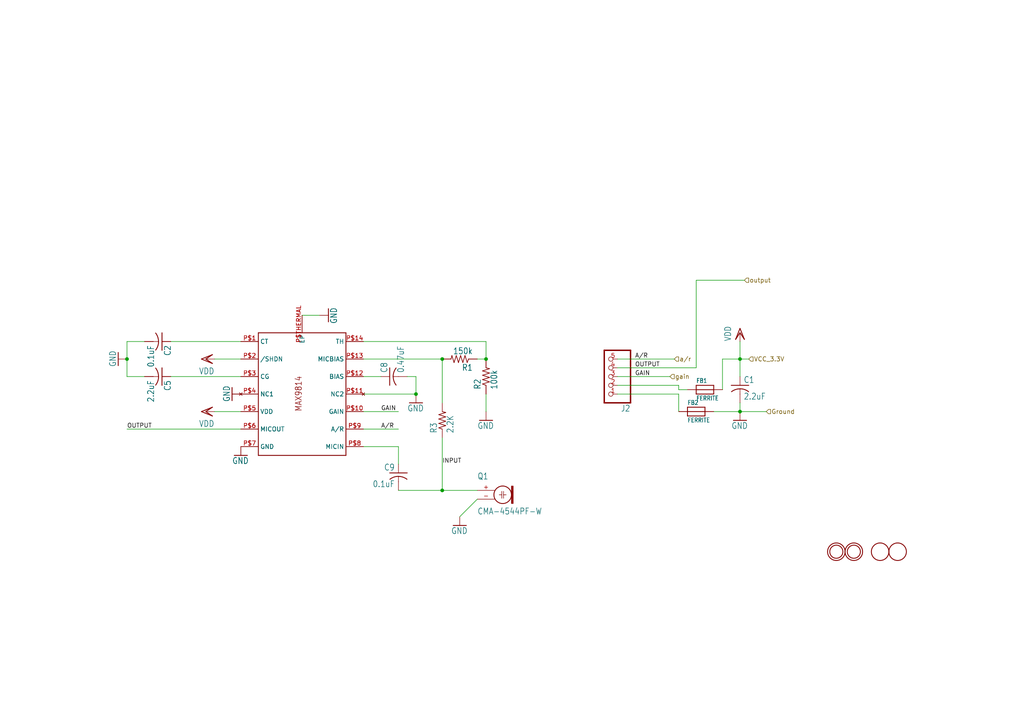
<source format=kicad_sch>
(kicad_sch (version 20231120) (generator "eeschema") (generator_version "8.0")
  (paper "A4")
  (lib_symbols
    (symbol "Adafruit MAX9814-eagle-import:C-USC0805K"
      (property "Reference" "C" (at 1.016 0.635 0))
      (symbol "C-USC0805K_1_0"
        (arc (start 0 -1.0161) (mid -1.302 -1.2303) (end -2.4668 -1.8504) (stroke (width 0.254)))
        (polyline (pts (xy -2.54 0) (xy 2.54 0)) (stroke (width 0.254)))
        (polyline (pts (xy 0 -1.016) (xy 0 -2.54)) (stroke (width 0.1524)))
        (arc (start 2.4892 -1.8541) (mid 1.3158 -1.2194) (end 0 -1) (stroke (width 0.254)))
        (pin passive line (at 0 2.54 270) (length 2.54) (name "1") (number "1"))
        (pin passive line (at 0 -5.08 90) (length 2.54) (name "2") (number "2"))
      )
    )
    (symbol "Adafruit MAX9814-eagle-import:ELECTRET"
      (property "Reference" "Q" (at -5.08 -7.62 0))
      (symbol "ELECTRET_1_0"
        (polyline (pts (xy 1.27 -1.27) (xy 2.032 -1.27)) (stroke (width 0.1524)))
        (polyline (pts (xy 2.032 -1.27) (xy 2.032 -2.286)) (stroke (width 0.1524)))
        (polyline (pts (xy 2.032 -0.254) (xy 2.032 -1.27)) (stroke (width 0.1524)))
        (polyline (pts (xy 2.54 -1.27) (xy 2.54 -2.286)) (stroke (width 0.1524)))
        (polyline (pts (xy 2.54 -1.27) (xy 3.302 -1.27)) (stroke (width 0.1524)))
        (polyline (pts (xy 2.54 -0.254) (xy 2.54 -1.27)) (stroke (width 0.1524)))
        (circle (center 2.286 -1.27) (radius 2.54) (stroke (width 0.254)))
        (rectangle (start 4.826 -3.81) (end 5.334 1.27) (fill (type outline)))
        (pin passive line (at -5.08 -2.54 0) (length 5.08) (name "2") (number "+"))
        (pin passive line (at -5.08 0 0) (length 5.08) (name "1") (number "-"))
      )
    )
    (symbol "Adafruit MAX9814-eagle-import:FERRITE0805"
      (property "Reference" "FB" (at -2.54 1.905 0))
      (symbol "FERRITE0805_1_0"
        (polyline (pts (xy -2.54 -1.27) (xy -2.54 0)) (stroke (width 0.254)))
        (polyline (pts (xy -2.54 0) (xy -2.54 1.27)) (stroke (width 0.254)))
        (polyline (pts (xy -2.54 0) (xy 2.54 0)) (stroke (width 0.254)))
        (polyline (pts (xy -2.54 1.27) (xy 2.54 1.27)) (stroke (width 0.254)))
        (polyline (pts (xy 2.54 -1.27) (xy -2.54 -1.27)) (stroke (width 0.254)))
        (polyline (pts (xy 2.54 0) (xy 2.54 -1.27)) (stroke (width 0.254)))
        (polyline (pts (xy 2.54 1.27) (xy 2.54 0)) (stroke (width 0.254)))
        (pin bidirectional line (at -5.08 0 0) (length 2.54) (name "P$1") (number "1"))
        (pin bidirectional line (at 5.08 0 180) (length 2.54) (name "P$2") (number "2"))
      )
    )
    (symbol "Adafruit MAX9814-eagle-import:FIDUCIAL"
      (symbol "FIDUCIAL_1_0"
        (circle (center 0 0) (radius 2.54) (stroke (width 0.254)))
      )
    )
    (symbol "Adafruit MAX9814-eagle-import:GND" (power)
      (symbol "GND_1_0"
        (polyline (pts (xy -1.905 0) (xy 1.905 0)) (stroke (width 0.254)))
        (pin power_in line (at 0 2.54 270) (length 2.54) (name "GND") (number "1"))
      )
    )
    (symbol "Adafruit MAX9814-eagle-import:HEADER-1X576MIL"
      (property "Reference" "JP" (at -6.35 8.255 0))
      (symbol "HEADER-1X576MIL_1_0"
        (polyline (pts (xy -6.35 -7.62) (xy 1.27 -7.62)) (stroke (width 0.4064)))
        (polyline (pts (xy -6.35 7.62) (xy -6.35 -7.62)) (stroke (width 0.4064)))
        (polyline (pts (xy 1.27 -7.62) (xy 1.27 7.62)) (stroke (width 0.4064)))
        (polyline (pts (xy 1.27 7.62) (xy -6.35 7.62)) (stroke (width 0.4064)))
        (pin passive inverted (at -2.54 5.08 0) (length 2.54) (name "1") (number "1"))
        (pin passive inverted (at -2.54 2.54 0) (length 2.54) (name "2") (number "2"))
        (pin passive inverted (at -2.54 0 0) (length 2.54) (name "3") (number "3"))
        (pin passive inverted (at -2.54 -2.54 0) (length 2.54) (name "4") (number "4"))
        (pin passive inverted (at -2.54 -5.08 0) (length 2.54) (name "5") (number "5"))
      )
    )
    (symbol "Adafruit MAX9814-eagle-import:MAX9814TDFN14"
      (symbol "MAX9814TDFN14_1_0"
        (polyline (pts (xy -12.7 -17.78) (xy -12.7 17.78)) (stroke (width 0.254)))
        (polyline (pts (xy -12.7 17.78) (xy 12.7 17.78)) (stroke (width 0.254)))
        (polyline (pts (xy 12.7 -17.78) (xy -12.7 -17.78)) (stroke (width 0.254)))
        (polyline (pts (xy 12.7 17.78) (xy 12.7 -17.78)) (stroke (width 0.254)))
        (text "MAX9814" (at 0 -5.08 900) (effects (font (size 1.778 1.5113)) (justify left bottom)))
        (pin bidirectional line (at -17.78 15.24 0) (length 5.08) (name "CT") (number "P$1"))
        (pin bidirectional line (at 17.78 -5.08 180) (length 5.08) (name "GAIN") (number "P$10"))
        (pin no_connect line (at 17.78 0 180) (length 5.08) (name "NC2") (number "P$11"))
        (pin bidirectional line (at 17.78 5.08 180) (length 5.08) (name "BIAS") (number "P$12"))
        (pin bidirectional line (at 17.78 10.16 180) (length 5.08) (name "MICBIAS") (number "P$13"))
        (pin bidirectional line (at 17.78 15.24 180) (length 5.08) (name "TH") (number "P$14"))
        (pin bidirectional line (at -17.78 10.16 0) (length 5.08) (name "/SHDN") (number "P$2"))
        (pin bidirectional line (at -17.78 5.08 0) (length 5.08) (name "CG") (number "P$3"))
        (pin no_connect line (at -17.78 0 0) (length 5.08) (name "NC1") (number "P$4"))
        (pin bidirectional line (at -17.78 -5.08 0) (length 5.08) (name "VDD") (number "P$5"))
        (pin bidirectional line (at -17.78 -10.16 0) (length 5.08) (name "MICOUT") (number "P$6"))
        (pin bidirectional line (at -17.78 -15.24 0) (length 5.08) (name "GND") (number "P$7"))
        (pin bidirectional line (at 17.78 -15.24 180) (length 5.08) (name "MICIN") (number "P$8"))
        (pin bidirectional line (at 17.78 -10.16 180) (length 5.08) (name "A/R") (number "P$9"))
        (pin bidirectional line (at 0 22.86 270) (length 5.08) (name "EP") (number "P$THERMAL"))
      )
    )
    (symbol "Adafruit MAX9814-eagle-import:MOUNTINGHOLE2.0"
      (symbol "MOUNTINGHOLE2.0_1_0"
        (circle (center 0 0) (radius 1.905) (stroke (width 0.254)))
        (circle (center 0 0) (radius 2.54) (stroke (width 0.254)))
      )
    )
    (symbol "Adafruit MAX9814-eagle-import:R-US_R0805"
      (property "Reference" "R" (at -3.81 1.4986 0))
      (symbol "R-US_R0805_1_0"
        (polyline (pts (xy -2.54 0) (xy -2.159 1.016)) (stroke (width 0.2032)))
        (polyline (pts (xy -2.159 1.016) (xy -1.524 -1.016)) (stroke (width 0.2032)))
        (polyline (pts (xy -1.524 -1.016) (xy -0.889 1.016)) (stroke (width 0.2032)))
        (polyline (pts (xy -0.889 1.016) (xy -0.254 -1.016)) (stroke (width 0.2032)))
        (polyline (pts (xy -0.254 -1.016) (xy 0.381 1.016)) (stroke (width 0.2032)))
        (polyline (pts (xy 0.381 1.016) (xy 1.016 -1.016)) (stroke (width 0.2032)))
        (polyline (pts (xy 1.016 -1.016) (xy 1.651 1.016)) (stroke (width 0.2032)))
        (polyline (pts (xy 1.651 1.016) (xy 2.286 -1.016)) (stroke (width 0.2032)))
        (polyline (pts (xy 2.286 -1.016) (xy 2.54 0)) (stroke (width 0.2032)))
        (pin passive line (at -5.08 0 0) (length 2.54) (name "1") (number "1"))
        (pin passive line (at 5.08 0 180) (length 2.54) (name "2") (number "2"))
      )
    )
    (symbol "Adafruit MAX9814-eagle-import:VDD" (power)
      (symbol "VDD_1_0"
        (polyline (pts (xy 0 0) (xy -1.27 -1.905)) (stroke (width 0.254)))
        (polyline (pts (xy 0 1.27) (xy -1.27 -1.905)) (stroke (width 0.254)))
        (polyline (pts (xy 1.27 -1.905) (xy 0 0)) (stroke (width 0.254)))
        (polyline (pts (xy 1.27 -1.905) (xy 0 1.27)) (stroke (width 0.254)))
        (pin power_in line (at 0 -2.54 90) (length 2.54) (name "VDD") (number "1"))
      )
    )
  )
  (junction (at 120.65 114.3))
  (junction (at 214.63 104.14))
  (junction (at 128.27 142.24))
  (junction (at 140.97 104.14))
  (junction (at 36.83 104.14))
  (junction (at 214.63 119.38))
  (junction (at 128.27 104.14))
  (wire (pts (xy 140.97 119.38) (xy 140.97 114.3)) (stroke (width 0.1524)))
  (wire (pts (xy 49.53 109.22) (xy 69.85 109.22)) (stroke (width 0.1524)))
  (wire (pts (xy 199.39 113.03) (xy 196.85 113.03)) (stroke (width 0.1524)))
  (wire (pts (xy 133.35 149.86) (xy 138.43 144.78)) (stroke (width 0.1524)))
  (wire (pts (xy 36.83 109.22) (xy 41.91 109.22)) (stroke (width 0.1524)))
  (wire (pts (xy 201.93 106.68) (xy 201.93 81.28)) (stroke (width 0.1524)))
  (wire (pts (xy 196.85 119.38) (xy 196.85 114.3)) (stroke (width 0.1524)))
  (wire (pts (xy 214.63 104.14) (xy 214.63 99.06)) (stroke (width 0.1524)))
  (wire (pts (xy 214.63 109.22) (xy 214.63 104.14)) (stroke (width 0.1524)))
  (wire (pts (xy 128.27 142.24) (xy 138.43 142.24)) (stroke (width 0.1524)))
  (wire (pts (xy 196.85 113.03) (xy 196.85 111.76)) (stroke (width 0.1524)))
  (wire (pts (xy 105.41 124.46) (xy 115.57 124.46)) (stroke (width 0.1524)))
  (wire (pts (xy 62.23 104.14) (xy 69.85 104.14)) (stroke (width 0.1524)))
  (wire (pts (xy 201.93 81.28) (xy 215.9 81.28)) (stroke (width 0.1524)))
  (wire (pts (xy 62.23 119.38) (xy 69.85 119.38)) (stroke (width 0.1524)))
  (wire (pts (xy 115.57 134.62) (xy 115.57 129.54)) (stroke (width 0.1524)))
  (wire (pts (xy 115.57 142.24) (xy 128.27 142.24)) (stroke (width 0.1524)))
  (wire (pts (xy 110.49 109.22) (xy 105.41 109.22)) (stroke (width 0.1524)))
  (wire (pts (xy 120.65 109.22) (xy 118.11 109.22)) (stroke (width 0.1524)))
  (wire (pts (xy 128.27 127) (xy 128.27 142.24)) (stroke (width 0.1524)))
  (wire (pts (xy 214.63 104.14) (xy 217.17 104.14)))
  (wire (pts (xy 128.27 104.14) (xy 128.27 116.84)) (stroke (width 0.1524)))
  (wire (pts (xy 41.91 99.06) (xy 36.83 99.06)) (stroke (width 0.1524)))
  (wire (pts (xy 105.41 119.38) (xy 115.57 119.38)) (stroke (width 0.1524)))
  (wire (pts (xy 214.63 104.14) (xy 209.55 104.14)) (stroke (width 0.1524)))
  (wire (pts (xy 214.63 116.84) (xy 214.63 119.38)) (stroke (width 0.1524)))
  (wire (pts (xy 209.55 104.14) (xy 209.55 113.03)) (stroke (width 0.1524)))
  (wire (pts (xy 120.65 114.3) (xy 105.41 114.3)) (stroke (width 0.1524)))
  (wire (pts (xy 49.53 99.06) (xy 69.85 99.06)) (stroke (width 0.1524)))
  (wire (pts (xy 140.97 104.14) (xy 138.43 104.14)) (stroke (width 0.1524)))
  (wire (pts (xy 120.65 114.3) (xy 120.65 109.22)) (stroke (width 0.1524)))
  (wire (pts (xy 92.71 91.44) (xy 87.63 91.44)) (stroke (width 0.1524)))
  (wire (pts (xy 179.07 109.22) (xy 194.31 109.22)) (stroke (width 0.1524)))
  (wire (pts (xy 36.83 104.14) (xy 36.83 109.22)) (stroke (width 0.1524)))
  (wire (pts (xy 179.07 106.68) (xy 201.93 106.68)) (stroke (width 0.1524)))
  (wire (pts (xy 140.97 99.06) (xy 140.97 104.14)) (stroke (width 0.1524)))
  (wire (pts (xy 36.83 99.06) (xy 36.83 104.14)) (stroke (width 0.1524)))
  (wire (pts (xy 196.85 111.76) (xy 179.07 111.76)) (stroke (width 0.1524)))
  (wire (pts (xy 214.63 119.38) (xy 207.01 119.38)) (stroke (width 0.1524)))
  (wire (pts (xy 105.41 104.14) (xy 128.27 104.14)) (stroke (width 0.1524)))
  (wire (pts (xy 214.63 119.38) (xy 222.25 119.38)))
  (wire (pts (xy 179.07 104.14) (xy 195.58 104.14)) (stroke (width 0.1524)))
  (wire (pts (xy 69.85 124.46) (xy 36.83 124.46)) (stroke (width 0.1524)))
  (wire (pts (xy 115.57 129.54) (xy 105.41 129.54)) (stroke (width 0.1524)))
  (wire (pts (xy 196.85 114.3) (xy 179.07 114.3)) (stroke (width 0.1524)))
  (wire (pts (xy 105.41 99.06) (xy 140.97 99.06)) (stroke (width 0.1524)))
  (label "OUTPUT" (at 36.83 124.46 0) (effects (font (size 1.2446 1.2446))))
  (label "OUTPUT" (at 184.15 106.68 0) (effects (font (size 1.2446 1.2446))))
  (label "GAIN" (at 110.49 119.38 0) (effects (font (size 1.2446 1.2446))))
  (label "A/R" (at 184.15 104.14 0) (effects (font (size 1.2446 1.2446))))
  (label "A/R" (at 110.49 124.46 0) (effects (font (size 1.2446 1.2446))))
  (label "GAIN" (at 184.15 109.22 0) (effects (font (size 1.2446 1.2446))))
  (label "INPUT" (at 128.27 134.62 0) (effects (font (size 1.2446 1.2446))))
  (hierarchical_label "gain" (shape input) (at 194.31 109.22 0))
  (hierarchical_label "Ground" (shape input) (at 222.25 119.38 0))
  (hierarchical_label "a{slash}r" (shape input) (at 195.58 104.14 0))
  (hierarchical_label "VCC_3.3V" (shape input) (at 217.17 104.14 0))
  (hierarchical_label "output" (shape input) (at 215.9 81.28 0))
  (symbol (lib_id "Adafruit MAX9814-eagle-import:R-US_R0805") (at 133.35 104.14 180) (unit 1) (on_board no)
    (property "Reference" "R1" (at 137.16 105.6386 0) (effects (font (size 1.778 1.5113)) (justify left bottom)))
    (property "Value" "150k" (at 137.16 100.838 0) (effects (font (size 1.778 1.5113)) (justify left bottom)))
    (property "Footprint" "Adafruit MAX9814:R0805" (effects (hide yes)))
  )
  (symbol (lib_id "Adafruit MAX9814-eagle-import:FERRITE0805") (at 204.47 113.03 0) (unit 1) (on_board no)
    (property "Reference" "FB1" (at 201.93 111.125 0) (effects (font (size 1.27 1.0795)) (justify left bottom)))
    (property "Value" "FERRITE" (at 201.93 116.205 0) (effects (font (size 1.27 1.0795)) (justify left bottom)))
    (property "Footprint" "Adafruit MAX9814:0805" (effects (hide yes)))
  )
  (symbol (lib_id "Adafruit MAX9814-eagle-import:GND") (at 120.65 116.84 0) (unit 1) (on_board no)
    (property "Reference" "#GND12" (effects (hide yes)))
    (property "Value" "GND" (at 118.11 119.38 0) (effects (font (size 1.778 1.5113)) (justify left bottom)))
  )
  (symbol (lib_id "Adafruit MAX9814-eagle-import:R-US_R0805") (at 128.27 121.92 90) (unit 1) (on_board no)
    (property "Reference" "R3" (at 126.7714 125.73 0) (effects (font (size 1.778 1.5113)) (justify left bottom)))
    (property "Value" "2.2K" (at 131.572 125.73 0) (effects (font (size 1.778 1.5113)) (justify left bottom)))
    (property "Footprint" "Adafruit MAX9814:R0805" (effects (hide yes)))
  )
  (symbol (lib_id "Adafruit MAX9814-eagle-import:GND") (at 140.97 121.92 0) (unit 1) (on_board no)
    (property "Reference" "#GND9" (effects (hide yes)))
    (property "Value" "GND" (at 138.43 124.46 0) (effects (font (size 1.778 1.5113)) (justify left bottom)))
  )
  (symbol (lib_id "Adafruit MAX9814-eagle-import:C-USC0805K") (at 214.63 111.76 0) (unit 1) (on_board no)
    (property "Reference" "C1" (at 215.646 111.125 0) (effects (font (size 1.778 1.5113)) (justify left bottom)))
    (property "Value" "2.2uF" (at 215.646 115.951 0) (effects (font (size 1.778 1.5113)) (justify left bottom)))
    (property "Footprint" "Adafruit MAX9814:C0805K" (effects (hide yes)))
  )
  (symbol (lib_id "Adafruit MAX9814-eagle-import:GND") (at 133.35 152.4 0) (unit 1)
    (property "Reference" "#GND5" (effects (hide yes)))
    (property "Value" "GND" (at 130.81 154.94 0) (effects (font (size 1.778 1.5113)) (justify left bottom)))
  )
  (symbol (lib_id "Adafruit MAX9814-eagle-import:GND") (at 67.31 114.3 270) (unit 1) (on_board no)
    (property "Reference" "#GND6" (effects (hide yes)))
    (property "Value" "GND" (at 64.77 111.76 0) (effects (font (size 1.778 1.5113)) (justify left bottom)))
  )
  (symbol (lib_id "Adafruit MAX9814-eagle-import:R-US_R0805") (at 140.97 109.22 90) (unit 1) (on_board no)
    (property "Reference" "R2" (at 139.4714 113.03 0) (effects (font (size 1.778 1.5113)) (justify left bottom)))
    (property "Value" "100k" (at 144.272 113.03 0) (effects (font (size 1.778 1.5113)) (justify left bottom)))
    (property "Footprint" "Adafruit MAX9814:R0805" (effects (hide yes)))
  )
  (symbol (lib_id "Adafruit MAX9814-eagle-import:C-USC0805K") (at 113.03 109.22 90) (unit 1) (on_board no)
    (property "Reference" "C8" (at 112.395 108.204 0) (effects (font (size 1.778 1.5113)) (justify left bottom)))
    (property "Value" "0.47uF" (at 117.221 108.204 0) (effects (font (size 1.778 1.5113)) (justify left bottom)))
    (property "Footprint" "Adafruit MAX9814:C0805K" (effects (hide yes)))
  )
  (symbol (lib_id "Adafruit MAX9814-eagle-import:GND") (at 95.25 91.44 90) (unit 1) (on_board no)
    (property "Reference" "#GND2" (effects (hide yes)))
    (property "Value" "GND" (at 97.79 93.98 0) (effects (font (size 1.778 1.5113)) (justify left bottom)))
  )
  (symbol (lib_id "Adafruit MAX9814-eagle-import:C-USC0805K") (at 46.99 109.22 270) (unit 1) (on_board no)
    (property "Reference" "C5" (at 47.625 110.236 0) (effects (font (size 1.778 1.5113)) (justify left bottom)))
    (property "Value" "2.2uF" (at 42.799 110.236 0) (effects (font (size 1.778 1.5113)) (justify left bottom)))
    (property "Footprint" "Adafruit MAX9814:C0805K" (effects (hide yes)))
  )
  (symbol (lib_id "Adafruit MAX9814-eagle-import:VDD") (at 214.63 96.52 0) (unit 1) (on_board no)
    (property "Reference" "#VDD1" (effects (hide yes)))
    (property "Value" "VDD" (at 212.09 99.06 90) (effects (font (size 1.778 1.5113)) (justify left bottom)))
  )
  (symbol (lib_id "Adafruit MAX9814-eagle-import:HEADER-1X576MIL") (at 176.53 109.22 180) (unit 1) (on_board no)
    (property "Reference" "J2" (at 182.88 117.475 0) (effects (font (size 1.778 1.5113)) (justify left bottom)))
    (property "Value" "HEADER-1X576MIL" (effects (hide yes)))
    (property "Footprint" "Adafruit MAX9814:1X05_ROUND_76" (effects (hide yes)))
  )
  (symbol (lib_id "Adafruit MAX9814-eagle-import:VDD") (at 59.69 119.38 90) (unit 1) (on_board no)
    (property "Reference" "#VDD8" (effects (hide yes)))
    (property "Value" "VDD" (at 62.23 121.92 90) (effects (font (size 1.778 1.5113)) (justify left bottom)))
  )
  (symbol (lib_id "Adafruit MAX9814-eagle-import:FERRITE0805") (at 201.93 119.38 0) (unit 1) (on_board no)
    (property "Reference" "FB2" (at 199.39 117.475 0) (effects (font (size 1.27 1.0795)) (justify left bottom)))
    (property "Value" "FERRITE" (at 199.39 122.555 0) (effects (font (size 1.27 1.0795)) (justify left bottom)))
    (property "Footprint" "Adafruit MAX9814:0805" (effects (hide yes)))
  )
  (symbol (lib_id "Adafruit MAX9814-eagle-import:MAX9814TDFN14") (at 87.63 114.3 0) (unit 1) (on_board no)
    (property "Reference" "U$1" (effects (hide yes)))
    (property "Value" "MAX9814TDFN14" (effects (hide yes)))
    (property "Footprint" "Adafruit MAX9814:TDFN14_3X3MM" (effects (hide yes)))
  )
  (symbol (lib_id "Adafruit MAX9814-eagle-import:VDD") (at 59.69 104.14 90) (unit 1) (on_board no)
    (property "Reference" "#VDD9" (effects (hide yes)))
    (property "Value" "VDD" (at 62.23 106.68 90) (effects (font (size 1.778 1.5113)) (justify left bottom)))
  )
  (symbol (lib_id "Adafruit MAX9814-eagle-import:ELECTRET") (at 143.51 144.78 0) (mirror x) (unit 1) (on_board no)
    (property "Reference" "Q1" (at 138.43 137.16 0) (effects (font (size 1.778 1.5113)) (justify left bottom)))
    (property "Value" "CMA-4544PF-W" (at 138.43 147.32 0) (effects (font (size 1.778 1.5113)) (justify left bottom)))
    (property "Footprint" "Adafruit MAX9814:9.7ELECTRET" (effects (hide yes)))
  )
  (symbol (lib_id "Adafruit MAX9814-eagle-import:GND") (at 34.29 104.14 270) (unit 1)
    (property "Reference" "#GND8" (effects (hide yes)))
    (property "Value" "GND" (at 31.75 101.6 0) (effects (font (size 1.778 1.5113)) (justify left bottom)))
  )
  (symbol (lib_id "Adafruit MAX9814-eagle-import:GND") (at 69.85 132.08 0) (unit 1) (on_board no)
    (property "Reference" "#GND10" (effects (hide yes)))
    (property "Value" "GND" (at 67.31 134.62 0) (effects (font (size 1.778 1.5113)) (justify left bottom)))
  )
  (symbol (lib_id "Adafruit MAX9814-eagle-import:FIDUCIAL") (at 255.27 160.02 0) (unit 1)
    (property "Reference" "U$3" (effects (hide yes)))
    (property "Value" "FIDUCIAL" (effects (hide yes)))
    (property "Footprint" "Adafruit MAX9814:FIDUCIAL_1MM" (effects (hide yes)))
  )
  (symbol (lib_id "Adafruit MAX9814-eagle-import:C-USC0805K") (at 115.57 137.16 0) (mirror y) (unit 1) (on_board no)
    (property "Reference" "C9" (at 114.554 136.525 0) (effects (font (size 1.778 1.5113)) (justify left bottom)))
    (property "Value" "0.1uF" (at 114.554 141.351 0) (effects (font (size 1.778 1.5113)) (justify left bottom)))
    (property "Footprint" "Adafruit MAX9814:C0805K" (effects (hide yes)))
  )
  (symbol (lib_id "Adafruit MAX9814-eagle-import:MOUNTINGHOLE2.0") (at 247.65 160.02 0) (unit 1)
    (property "Reference" "U$4" (effects (hide yes)))
    (property "Value" "MOUNTINGHOLE2.0" (effects (hide yes)))
    (property "Footprint" "Adafruit MAX9814:MOUNTINGHOLE_2.0_PLATED" (effects (hide yes)))
  )
  (symbol (lib_id "Adafruit MAX9814-eagle-import:MOUNTINGHOLE2.0") (at 242.57 160.02 0) (unit 1)
    (property "Reference" "U$5" (effects (hide yes)))
    (property "Value" "MOUNTINGHOLE2.0" (effects (hide yes)))
    (property "Footprint" "Adafruit MAX9814:MOUNTINGHOLE_2.0_PLATED" (effects (hide yes)))
  )
  (symbol (lib_id "Adafruit MAX9814-eagle-import:GND") (at 214.63 121.92 0) (unit 1) (on_board no)
    (property "Reference" "#GND1" (effects (hide yes)))
    (property "Value" "GND" (at 212.09 124.46 0) (effects (font (size 1.778 1.5113)) (justify left bottom)))
  )
  (symbol (lib_id "Adafruit MAX9814-eagle-import:FIDUCIAL") (at 260.35 160.02 0) (unit 1)
    (property "Reference" "U$2" (effects (hide yes)))
    (property "Value" "FIDUCIAL" (effects (hide yes)))
    (property "Footprint" "Adafruit MAX9814:FIDUCIAL_1MM" (effects (hide yes)))
  )
  (symbol (lib_id "Adafruit MAX9814-eagle-import:C-USC0805K") (at 46.99 99.06 270) (unit 1) (on_board no)
    (property "Reference" "C2" (at 47.625 100.076 0) (effects (font (size 1.778 1.5113)) (justify left bottom)))
    (property "Value" "0.1uF" (at 42.799 100.076 0) (effects (font (size 1.778 1.5113)) (justify left bottom)))
    (property "Footprint" "Adafruit MAX9814:C0805K" (effects (hide yes)))
  )
)
</source>
